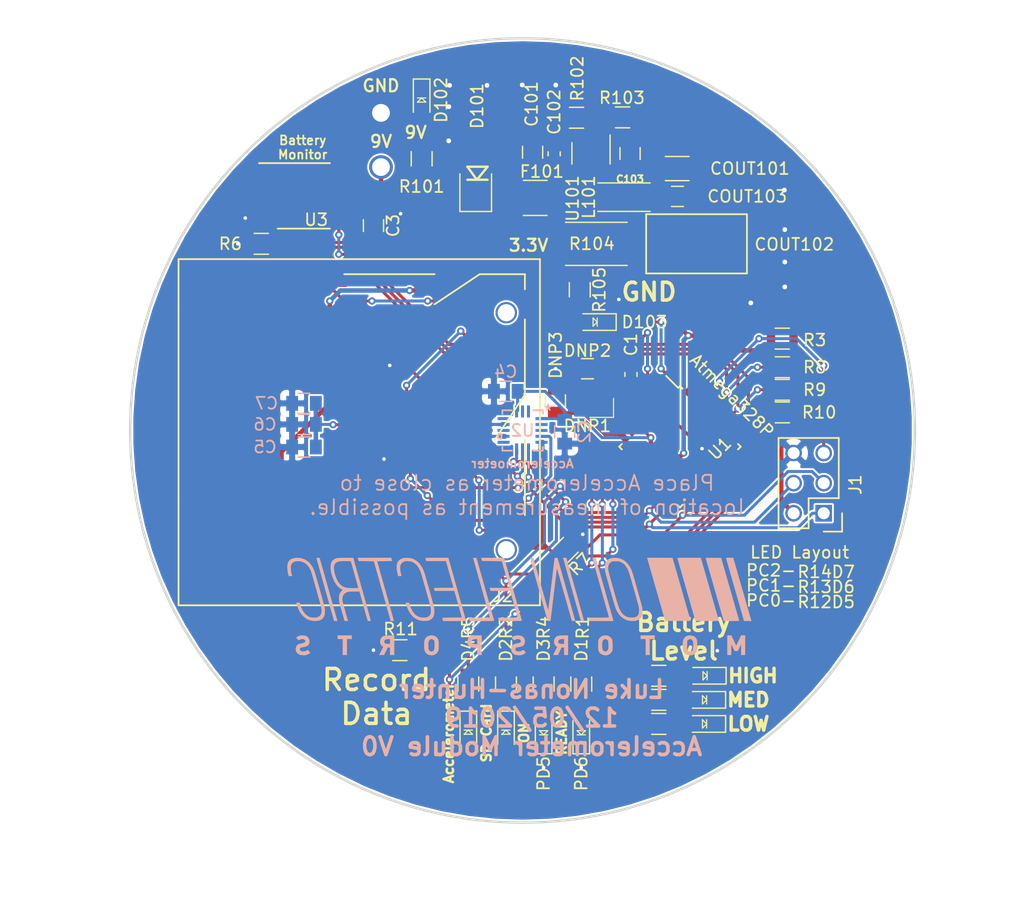
<source format=kicad_pcb>
(kicad_pcb (version 20211014) (generator pcbnew)
  (layers (0 "F.Cu" signal) (31 "B.Cu" signal) (34 "B.Paste" user) (35 "F.Paste" user) (36 "B.SilkS" user "B.Silkscreen") (37 "F.SilkS" user "F.Silkscreen") (38 "B.Mask" user) (39 "F.Mask" user) (44 "Edge.Cuts" user))
  (net 0 "")
  (net 1 "GND")
  (net 2 "VCC")
  (net 3 "Net-(C101-Pad1)")
  (net 4 "Net-(C103-Pad2)")
  (net 5 "Net-(C103-Pad1)")
  (net 6 "Net-(COUT101-Pad1)")
  (net 7 "Net-(D102-Pad2)")
  (net 8 "Net-(D103-Pad2)")
  (net 9 "Net-(R102-Pad1)")
  (net 10 "Net-(D1-Pad2)")
  (net 11 "Net-(D2-Pad1)")
  (net 12 "Net-(D3-Pad2)")
  (net 13 "Net-(D4-Pad1)")
  (net 14 "/PC0")
  (net 15 "/PC1")
  (net 16 "/PC2")
  (net 17 "Net-(DNP1-Pad1)")
  (net 18 "Net-(DNP1-Pad3)")
  (net 19 "/MISO")
  (net 20 "/SCK")
  (net 21 "/MOSI")
  (net 22 "/RESET")
  (net 23 "/CS_SD")
  (net 24 "Net-(J2-Pad8)")
  (net 25 "Net-(J2-Pad9)")
  (net 26 "/Protect")
  (net 27 "/Detect")
  (net 28 "Net-(R1-Pad1)")
  (net 29 "/CS")
  (net 30 "/SCL")
  (net 31 "/SDA")
  (net 32 "/ALERT")
  (net 33 "Net-(U1-Pad12)")
  (net 34 "Net-(U1-Pad19)")
  (net 35 "Net-(U1-Pad20)")
  (net 36 "Net-(U1-Pad22)")
  (net 37 "Net-(U1-Pad30)")
  (net 38 "Net-(U1-Pad31)")
  (net 39 "Net-(U1-Pad32)")
  (net 40 "Net-(U2-Pad2)")
  (net 41 "Net-(U2-Pad3)")
  (net 42 "Net-(U2-Pad9)")
  (net 43 "Net-(U2-Pad11)")
  (net 44 "Net-(U2-Pad13)")
  (net 45 "Net-(U2-Pad15)")
  (net 46 "Net-(U2-Pad16)")
  (net 47 "Net-(U3-Pad13)")
  (net 48 "Net-(D5-Pad2)")
  (net 49 "Net-(D6-Pad2)")
  (net 50 "Net-(D7-Pad2)")
  (net 51 "Net-(R4-Pad2)")
  (net 52 "Net-(R11-Pad1)")
  (net 53 "/9V_out")
  (net 54 "/9V_in")
  (footprint "footprints:Fuse_1210" (layer "F.Cu") (at 73.7108 98.2345)
    (fp_text reference "F101")
    (fp_text value "F_500mA_16V" hide)
  )
  (footprint "footprints:R_2512_OEM" (layer "F.Cu") (at 78.8682 102.11308 180)
    (fp_text reference "R104")
    (fp_text value "R_0_2512" hide)
  )
  (footprint "footprints:SOT-23-6_OEM" (layer "F.Cu") (at 78.4176 94.4728 -90)
    (fp_text reference "U101")
    (fp_text value "TPS560430YF" hide)
  )
  (footprint "footprints:R_0805_OEM" (layer "F.Cu") (at 77.19822 91.47048 180)
    (fp_text reference "R102")
    (fp_text value "R_25K" hide)
  )
  (footprint "footprints:Fuse_1812" (layer "F.Cu") (at 84.5693 102.108)
    (fp_text reference "COUT102")
    (fp_text value "C_33uF" hide)
  )
  (footprint "footprints:C_0805_OEM" (layer "F.Cu") (at 85.7123 98.1075)
    (fp_text reference "COUT103")
    (fp_text value "C_47uF" hide)
  )
  (footprint "footprints:DO-214AA" (layer "F.Cu") (at 68.6943 96.2025 90)
    (fp_text reference "D101")
    (fp_text value "D_Zener_18V" hide)
  )
  (footprint "footprints:LED_0805_OEM" (layer "F.Cu") (at 78.74 108.712 180)
    (fp_text reference "D103")
    (fp_text value "LED_0805" hide)
  )
  (footprint "footprints:C_1206_OEM" (layer "F.Cu") (at 85.6883 95.758)
    (fp_text reference "COUT101")
    (fp_text value "C_22uF" hide)
  )
  (footprint "footprints:LED_0805_OEM" (layer "F.Cu") (at 64.135 90 -90)
    (fp_text reference "D102")
    (fp_text value "LED_0805" hide)
  )
  (footprint "footprints:C_0805_OEM" (layer "F.Cu") (at 81.7118 94.488 -90)
    (fp_text reference "C103")
    (fp_text value "C_0.1uF" hide)
  )
  (footprint "footprints:C_0805_OEM" (layer "F.Cu") (at 73.49236 94.377 90)
    (fp_text reference "C101")
    (fp_text value "C_0.1uF" hide)
  )
  (footprint "footprints:LED_0805_OEM" (layer "F.Cu") (at 77.597 143.34 90)
    (fp_text reference "D1")
    (fp_text value "LED_0805_Red" hide)
  )
  (footprint "footprints:LED_0805_OEM" (layer "F.Cu") (at 74.422 143.34 90)
    (fp_text reference "D3")
    (fp_text value "LED_0805" hide)
  )
  (footprint "footprints:LED_0805_OEM" (layer "F.Cu") (at 87.968 142.621 180)
    (fp_text reference "D5")
    (fp_text value "LED_0805" hide)
  )
  (footprint "footprints:L_100uH_OEM" (layer "F.Cu") (at 81.204 98.171)
    (fp_text reference "L101")
    (fp_text value "L_15uH" hide)
  )
  (footprint "footprints:R_0805_OEM" (layer "F.Cu") (at 81.087 91.44 180)
    (fp_text reference "R103")
    (fp_text value "R_54.9K" hide)
  )
  (footprint "footprints:C_0603_1608Metric" (layer "F.Cu") (at 75.311 94.5135 90)
    (fp_text reference "C102")
    (fp_text value "C_4.7uF")
  )
  (footprint "footprints:R_0805_OEM" (layer "F.Cu") (at 76.290249 127.925751 45)
    (fp_text reference "R7")
    (fp_text value "R_10K" hide)
  )
  (footprint "footprints:C_0805_OEM" (layer "F.Cu") (at 60.071 100.568 -90)
    (fp_text reference "C3")
    (fp_text value "C_0.1uF" hide)
  )
  (footprint "footprints:R_0805_OEM" (layer "F.Cu") (at 94.554 112.522 180)
    (fp_text reference "R8")
    (fp_text value "R_10K" hide)
  )
  (footprint "footprints:R_0805_OEM" (layer "F.Cu") (at 94.549 114.427 180)
    (fp_text reference "R9")
    (fp_text value "R_10K" hide)
  )
  (footprint "footprints:R_0805_OEM" (layer "F.Cu") (at 94.554 116.332 180)
    (fp_text reference "R10")
    (fp_text value "R_10K" hide)
  )
  (footprint "footprints:R_0805_OEM" (layer "F.Cu") (at 94.549 110.109 180)
    (fp_text reference "R3")
    (fp_text value "R_10K" hide)
  )
  (footprint "footprints:R_0805_OEM" (layer "F.Cu") (at 50.612 102.108 180)
    (fp_text reference "R6")
    (fp_text value "R_10K" hide)
  )
  (footprint "footprints:C_0603_1608Metric" (layer "F.Cu") (at 81.788 113.1315 90)
    (fp_text reference "C1")
    (fp_text value "C_100nF")
  )
  (footprint "footprints:Crystal_SMD_FA238" (layer "F.Cu") (at 78.316 115.151 180)
    (fp_text reference "DNP1")
    (fp_text value "Crystal_SMD" hide)
  )
  (footprint "footprints:C_0805_OEM" (layer "F.Cu") (at 78.121 112.649 180)
    (fp_text reference "DNP2")
    (fp_text value "C_30pF" hide)
  )
  (footprint "footprints:LED_0805_OEM" (layer "F.Cu") (at 68.072 143.34 -90)
    (fp_text reference "D4")
    (fp_text value "LED_0805_Red" hide)
  )
  (footprint "footprints:R_0805_OEM" (layer "F.Cu") (at 77.597 139.258 -90)
    (fp_text reference "R1")
    (fp_text value "R_100" hide)
  )
  (footprint "footprints:R_0805_OEM" (layer "F.Cu") (at 71.247 139.258 90)
    (fp_text reference "R2")
    (fp_text value "R_100" hide)
  )
  (footprint "footprints:R_0805_OEM" (layer "F.Cu") (at 74.422 139.253 90)
    (fp_text reference "R4")
    (fp_text value "R_100" hide)
  )
  (footprint "footprints:R_0805_OEM" (layer "F.Cu") (at 84.135 142.621)
    (fp_text reference "R12")
    (fp_text value "R_100" hide)
  )
  (footprint "footprints:R_0805_OEM" (layer "F.Cu") (at 64.135 94.93 90)
    (fp_text reference "R101")
    (fp_text value "R_499" hide)
  )
  (footprint "footprints:R_0805_OEM" (layer "F.Cu") (at 77.47 105.984 -90)
    (fp_text reference "R105")
    (fp_text value "R_100" hide)
  )
  (footprint "footprints:Pin_Header_Straight_2x03" (layer "F.Cu") (at 98.044 124.841 180)
    (fp_text reference "J1")
    (fp_text value "CONN_02X03" hide)
  )
  (footprint "footprints:sd_socket_molex_5009980900" (layer "F.Cu") (at 58.873 117.371 90)
    (fp_text reference "J2")
    (fp_text value "SD_socket")
  )
  (footprint "footprints:C_0805_OEM" (layer "F.Cu") (at 75.4126 115.3508 90)
    (fp_text reference "DNP3")
    (fp_text value "C_30pF" hide)
  )
  (footprint "footprints:R_0805_OEM" (layer "F.Cu") (at 84.135 138.557)
    (fp_text reference "R14")
    (fp_text value "R_100" hide)
  )
  (footprint "footprints:LED_0805_OEM" (layer "F.Cu") (at 87.968 140.589 180)
    (fp_text reference "D6")
    (fp_text value "LED_0805" hide)
  )
  (footprint "footprints:LED_0805_OEM" (layer "F.Cu") (at 88.011 138.557 180)
    (fp_text reference "D7")
    (fp_text value "LED_0805" hide)
  )
  (footprint "footprints:SW_B3U-1000P_4.2x1.7mm" (layer "F.Cu") (at 62.074 144.018 180)
    (fp_text reference "SW1" hide)
    (fp_text value "SW_Push_SPST_NO")
  )
  (footprint "footprints:R_0805_OEM" (layer "F.Cu") (at 62.296 136.398 180)
    (fp_text reference "R11")
    (fp_text value "R_10K" hide)
  )
  (footprint "footprints:LED_0805_OEM" (layer "F.Cu") (at 71.247 143.34 -90)
    (fp_text reference "D2")
    (fp_text value "LED_0805_Red" hide)
  )
  (footprint "footprints:R_0805_OEM" (layer "F.Cu") (at 84.14 140.589)
    (fp_text reference "R13")
    (fp_text value "R_100" hide)
  )
  (footprint "footprints:R_0805_OEM" (layer "F.Cu") (at 68.072 139.253 -90)
    (fp_text reference "R5")
    (fp_text value "R_100" hide)
  )
  (footprint "Package_SO:TSSOP-16_4.4x5mm_P0.65mm" (layer "F.Cu") (at 54.2 98.1)
    (fp_text reference "U3")
    (fp_text value "INA260")
  )
  (footprint "Package_QFP:TQFP-32_7x7mm_P0.8mm" (layer "F.Cu") (at 85.91899 119.227417 -45)
    (fp_text reference "U1")
    (fp_text value "ATmega328P-AU")
  )
  (footprint "footprints:LIS3DHTR" (layer "B.Cu") (at 72.644 117.856 180)
    (fp_text reference "U2")
    (fp_text value "LIS3DHTR" hide)
  )
  (footprint "footprints:C_0805_OEM" (layer "B.Cu") (at 71.231 114.554 180)
    (fp_text reference "C4")
    (fp_text value "C_0.1uF" hide)
  )
  (footprint "footprints:C_0805_OEM" (layer "B.Cu") (at 54.213 115.57 180)
    (fp_text reference "C7")
    (fp_text value "C_0.1uF" hide)
  )
  (footprint "footprints:C_0805_OEM" (layer "B.Cu") (at 54.213 119.253 180)
    (fp_text reference "C5")
    (fp_text value "C_10uF" hide)
  )
  (footprint "footprints:C_0805_OEM" (layer "B.Cu") (at 76.2 117.967 90)
    (fp_text reference "C2")
    (fp_text value "C_10uF" hide)
  )
  (footprint "footprints:Logo_Large" (layer "B.Cu") (at 72.39 132.715 180)
    (fp_text reference "G***" hide)
    (fp_text value "LOGO" hide)
  )
  (footprint "footprints:C_0805_OEM" (layer "B.Cu") (at 54.213 117.348 180)
    (fp_text reference "C6")
    (fp_text value "C_1uF" hide)
  )
  (gr_circle (center 72.644 117.856) (end 82.804 86.36) (layer "Edge.Cuts") (width 0.2) (fill none))
  (gr_text "Place Accelerometer as close to\nlocation of measurement as possible." (at 73.025 123.317) (layer "B.SilkS") (effects (font (size 1.27 1.27)) (justify mirror)))
  (gr_text "Acceleromoeter" (at 72.644 120.65) (layer "B.SilkS") (effects (font (size 0.75 0.75)) (justify mirror)))
  (gr_text "Luke Nonas-Hunter\n12/05/2019\nAccelerometer Module V0" (at 73.406 142.113) (layer "B.SilkS") (effects (font (size 1.5 1.5) (thickness 0.3)) (justify mirror)))
  (gr_text "GND" (at 83.312 106.172) (layer "F.SilkS") (effects (font (size 1.5 1.5) (thickness 0.3))))
  (gr_text "9V" (at 60.706 93.472) (layer "F.SilkS") (effects (font (size 1.016 1.016) (thickness 0.1905))))
  (gr_text "ON" (at 72.771 143.383 90) (layer "F.SilkS") (effects (font (size 0.8 0.8) (thickness 0.2))))
  (gr_text "9V" (at 63.627 92.71) (layer "F.SilkS") (effects (font (size 1.016 1.016) (thickness 0.1905))))
  (gr_text "SD Card" (at 69.596 143.383 90) (layer "F.SilkS") (effects (font (size 0.8 0.8) (thickness 0.2))))
  (gr_text "MED" (at 91.694 140.589) (layer "F.SilkS") (effects (font (size 1.15 1.15) (thickness 0.2875))))
  (gr_text "LOW" (at 91.694 142.621) (layer "F.SilkS") (effects (font (size 1.15 1.15) (thickness 0.2875))))
  (gr_text "HIGH" (at 92.075 138.557) (layer "F.SilkS") (effects (font (size 1.15 1.15) (thickness 0.2875))))
  (gr_text "LED Layout" (at 96.012 128.143) (layer "F.SilkS") (effects (font (size 1 1))))
  (gr_text "READY" (at 75.946 143.383 90) (layer "F.SilkS") (effects (font (size 0.8 0.8) (thickness 0.2))))
  (gr_text "PD5" (at 74.422 146.812 90) (layer "F.SilkS") (effects (font (size 1 1))))
  (gr_text "Atmega328P" (at 90.297 114.935 315) (layer "F.SilkS") (effects (font (size 1 1))))
  (gr_text "Battery\nMonitor" (at 54.102 93.98) (layer "F.SilkS") (effects (font (size 0.75 0.75))))
  (gr_text "Record\nData" (at 60.325 140.335) (layer "F.SilkS") (effects (font (size 1.778 1.778) (thickness 0.3))))
  (gr_text "PC2-" (at 93.599 129.667) (layer "F.SilkS") (effects (font (size 1 1))))
  (gr_text "GND" (at 60.706 88.773) (layer "F.SilkS") (effects (font (size 1.016 1.016) (thickness 0.1905))))
  (gr_text "PC1-" (at 93.599 130.937) (layer "F.SilkS") (effects (font (size 1 1))))
  (gr_text "PC0-" (at 93.599 132.207) (layer "F.SilkS") (effects (font (size 1 1))))
  (gr_text "Accelerometer" (at 66.421 143.383 90) (layer "F.SilkS") (effects (font (size 0.8 0.8) (thickness 0.2))))
  (gr_text "3.3V" (at 73.152 102.235) (layer "F.SilkS") (effects (font (size 1.016 1.016) (thickness 0.1905))))
  (gr_text "Battery\nLevel" (at 86.233 135.255) (layer "F.SilkS") (effects (font (size 1.5 1.5) (thickness 0.3))))
  (gr_text "PD6" (at 77.597 146.812 90) (layer "F.SilkS") (effects (font (size 1 1))))
  (segment (start 48.641 102.108) (end 48.641 102.108) (width 0.381) (layer "F.Cu") (net 1))
  (segment (start 75.438 112.649) (end 75.438 112.649) (width 0.381) (layer "F.Cu") (net 1))
  (segment (start 80.764 106.807) (end 80.764 106.807) (width 0.381) (layer "F.Cu") (net 1))
  (segment (start 87.780259 119.39163) (end 84.398709 116.01008) (width 0.254) (layer "F.Cu") (net 1))
  (segment (start 62.357 99.568) (end 62.357 99.568) (width 0.381) (layer "F.Cu") (net 1))
  (segment (start 60.96 120.269) (end 61.087 120.396) (width 0.254) (layer "F.Cu") (net 1))
  (segment (start 61.444 112.371) (end 61.444 112.371) (width 0.254) (layer "F.Cu") (net 1))
  (segment (start 89.068 136.439) (end 89.068 136.439) (width 0.381) (layer "F.Cu") (net 1))
  (segment (start 74.422 146.304) (end 74.422 144.44) (width 0.381) (layer "F.Cu") (net 1))
  (segment (start 78.916 115.951) (end 77.316 114.351) (width 0.254) (layer "F.Cu") (net 1))
  (segment (start 89.207037 121.949778) (end 87.780259 120.523) (width 0.254) (layer "F.Cu") (net 1))
  (segment (start 67.93992 93.41612) (end 68.6943 94.1705) (width 0.381) (layer "F.Cu") (net 1))
  (segment (start 76.24822 92.74258) (end 75.4233 93.5675) (width 0.254) (layer "F.Cu") (net 1))
  (segment (start 78.392199 94.182201) (end 78.4176 94.1568) (width 0.254) (layer "F.Cu") (net 1))
  (segment (start 81.994548 115.868661) (end 81.994548 114.663048) (width 0.254) (layer "F.Cu") (net 1))
  (segment (start 60.071 99.568) (end 61.077 99.568) (width 0.381) (layer "F.Cu") (net 1))
  (segment (start 77.121 114.256) (end 77.216 114.351) (width 0.254) (layer "F.Cu") (net 1))
  (segment (start 83.762314 115.373685) (end 82.307629 113.919) (width 0.254) (layer "F.Cu") (net 1))
  (segment (start 89.068 142.621) (end 89.068 136.439) (width 0.381) (layer "F.Cu") (net 1))
  (segment (start 61.346 136.398) (end 60.071 136.398) (width 0.254) (layer "F.Cu") (net 1))
  (segment (start 79.84 107.731) (end 80.764 106.807) (width 0.381) (layer "F.Cu") (net 1))
  (segment (start 77.724 126.619) (end 77.597 126.619) (width 0.254) (layer "F.Cu") (net 1))
  (segment (start 76.24822 91.47048) (end 76.24822 89.51464) (width 0.254) (layer "F.Cu") (net 1))
  (segment (start 60.562 119.871) (end 60.96 120.269) (width 0.254) (layer "F.Cu") (net 1))
  (segment (start 93.55836 102.108) (end 94.75978 100.90658) (width 0.254) (layer "F.Cu") (net 1))
  (segment (start 64.135 88.9) (end 67.31 88.9) (width 0.254) (layer "F.Cu") (net 1))
  (segment (start 86.7123 98.2325) (end 89.8493 101.3695) (width 0.254) (layer "F.Cu") (net 1))
  (segment (start 81.994548 114.663048) (end 81.788 114.4565) (width 0.254) (layer "F.Cu") (net 1))
  (segment (start 68.5038 94.1705) (end 68.6943 94.1705) (width 0.1524) (layer "F.Cu") (net 1))
  (segment (start 75.4126 114.3508) (end 75.4126 113.4698) (width 0.381) (layer "F.Cu") (net 1))
  (segment (start 87.1883 97.6315) (end 86.7123 98.1075) (width 0.254) (layer "F.Cu") (net 1))
  (segment (start 77.597 126.619) (end 76.962 127.254) (width 0.254) (layer "F.Cu") (net 1))
  (segment (start 51.25 97.775) (end 51.25 99.075) (width 0.381) (layer "F.Cu") (net 1))
  (segment (start 50.119 99.075) (end 49.2605 99.9335) (width 0.381) (layer "F.Cu") (net 1))
  (segment (start 61.077 99.568) (end 62.357 99.568) (width 0.381) (layer "F.Cu") (net 1))
  (segment (start 66.49212 90.47226) (end 66.42862 90.53576) (width 0.381) (layer "F.Cu") (net 1))
  (segment (start 58.873 119.871) (end 60.562 119.871) (width 0.254) (layer "F.Cu") (net 1))
  (segment (start 89.154 142.535) (end 89.068 142.621) (width 0.254) (layer "F.Cu") (net 1))
  (segment (start 84.398709 116.01008) (end 83.762314 115.373685) (width 0.254) (layer "F.Cu") (net 1))
  (segment (start 59.173 112.371) (end 61.444 112.371) (width 0.254) (layer "F.Cu") (net 1))
  (segment (start 75.4126 113.4698) (end 75.438 113.4444) (width 0.381) (layer "F.Cu") (net 1))
  (segment (start 77.316 114.351) (end 77.216 114.351) (width 0.254) (layer "F.Cu") (net 1))
  (segment (start 77.597 146.304) (end 77.597 144.44) (width 0.381) (layer "F.Cu") (net 1))
  (segment (start 82.307629 113.919) (end 81.788 113.919) (width 0.254) (layer "F.Cu") (net 1))
  (segment (start 87.1883 95.758) (end 87.1883 97.6315) (width 0.254) (layer "F.Cu") (net 1))
  (segment (start 76.1773 93.5675) (end 76.792001 94.182201) (width 0.254) (layer "F.Cu") (net 1))
  (segment (start 49.662 102.108) (end 48.931 102.108) (width 0.381) (layer "F.Cu") (net 1))
  (segment (start 76.792001 94.182201) (end 78.392199 94.182201) (width 0.254) (layer "F.Cu") (net 1))
  (segment (start 60.071 99.568) (end 59.578 99.075) (width 0.381) (layer "F.Cu") (net 1))
  (segment (start 79.416 115.951) (end 78.916 115.951) (width 0.254) (layer "F.Cu") (net 1))
  (segment (start 77.121 112.649) (end 75.438 112.649) (width 0.381) (layer "F.Cu") (net 1))
  (segment (start 69.6849 88.69934) (end 69.6468 88.73744) (width 0.381) (layer "F.Cu") (net 1))
  (segment (start 76.24822 89.51464) (end 75.44562 88.71204) (width 0.254) (layer "F.Cu") (net 1))
  (segment (start 89.8493 101.3695) (end 89.8493 102.108) (width 0.254) (layer "F.Cu") (net 1))
  (segment (start 86.7123 98.1075) (end 86.7123 98.2325) (width 0.254) (layer "F.Cu") (net 1))
  (segment (start 76.24822 91.47048) (end 76.24822 92.74258) (width 0.254) (layer "F.Cu") (net 1))
  (segment (start 87.780259 120.523) (end 87.780259 119.39163) (width 0.254) (layer "F.Cu") (net 1))
  (segment (start 82.630943 116.505056) (end 81.994548 115.868661) (width 0.254) (layer "F.Cu") (net 1))
  (segment (start 51.25 99.075) (end 50.119 99.075) (width 0.381) (layer "F.Cu") (net 1))
  (segment (start 87.780259 119.39163) (end 87.780259 119.39163) (width 0.254) (layer "F.Cu") (net 1))
  (segment (start 48.931 102.108) (end 48.641 102.108) (width 0.381) (layer "F.Cu") (net 1))
  (segment (start 59.578 99.075) (end 57.15 99.075) (width 0.381) (layer "F.Cu") (net 1))
  (segment (start 75.438 113.4444) (end 75.438 112.649) (width 0.381) (layer "F.Cu") (net 1))
  (segment (start 68.6943 94.1705) (end 67.1703 94.1705) (width 0.254) (layer "F.Cu") (net 1))
  (segment (start 67.1703 94.1705) (end 66.41592 93.41612) (width 0.254) (layer "F.Cu") (net 1))
  (segment (start 75.4128 114.351) (end 75.4126 114.3508) (width 0.254) (layer "F.Cu") (net 1))
  (segment (start 78.4176 94.1568) (end 78.4176 93.3728) (width 0.254) (layer "F.Cu") (net 1))
  (segment (start 89.8493 102.108) (end 93.55836 102.108) (width 0.254) (layer "F.Cu") (net 1))
  (segment (start 74.99512 93.87068) (end 75.2983 93.5675) (width 0.254) (layer "F.Cu") (net 1))
  (segment (start 79.84 108.712) (end 79.84 107.731) (width 0.381) (layer "F.Cu") (net 1))
  (segment (start 81.788 114.4565) (end 81.788 113.919) (width 0.254) (layer "F.Cu") (net 1))
  (segment (start 75.2983 93.5675) (end 76.1773 93.5675) (width 0.254) (layer "F.Cu") (net 1))
  (segment (start 75.4233 93.5675) (end 75.2983 93.5675) (width 0.254) (layer "F.Cu") (net 1))
  (segment (start 73.49236 93.87068) (end 74.99512 93.87068) (width 0.254) (layer "F.Cu") (net 1))
  (segment (start 94.75978 105.74274) (end 94.86138 105.84434) (width 0.25) (layer "F.Cu") (net 1))
  (segment (start 77.121 112.649) (end 77.121 114.256) (width 0.254) (layer "F.Cu") (net 1))
  (segment (start 77.216 114.351) (end 75.4128 114.351) (width 0.254) (layer "F.Cu") (net 1))
  (via (at 60.071 136.398) (size 0.6096) (drill 0.3048) (layers "F.Cu" "B.Cu") (net 1))
  (via (at 66.49212 88.73744) (size 0.8) (drill 0.4) (layers "F.Cu" "B.Cu") (net 1))
  (via (at 77.724 126.619) (size 0.6096) (drill 0.3048) (layers "F.Cu" "B.Cu") (net 1))
  (via (at 66.41592 93.41612) (size 0.8) (drill 0.4) (layers "F.Cu" "B.Cu") (net 1))
  (via (at 89.068 136.439) (size 0.6096) (drill 0.3048) (layers "F.Cu" "B.Cu") (net 1))
  (via (at 72.61606 88.69934) (size 0.8) (drill 0.4) (layers "F.Cu" "B.Cu") (net 1))
  (via (at 94.75978 105.74274) (size 0.8) (drill 0.4) (layers "F.Cu" "B.Cu") (net 1))
  (via (at 48.641 102.108) (size 0.6096) (drill 0.3048) (layers "F.Cu" "B.Cu") (net 1))
  (via (at 49.2605 99.9335) (size 0.6096) (drill 0.3048) (layers "F.Cu" "B.Cu") (net 1))
  (via (at 77.597 146.304) (size 0.6096) (drill 0.3048) (layers "F.Cu" "B.Cu") (net 1))
  (via (at 75.438 112.649) (size 0.6096) (drill 0.3048) (layers "F.Cu" "B.Cu") (net 1))
  (via (at 69.6468 88.73744) (size 0.8) (drill 0.4) (layers "F.Cu" "B.Cu") (net 1))
  (via (at 94.75978 103.64216) (size 0.8) (drill 0.4) (layers "F.Cu" "B.Cu") (net 1))
  (via (at 60.706 91.059) (size 2) (drill 1.5) (layers "F.Cu" "B.Cu") (net 1))
  (via (at 66.42862 90.53576) (size 0.8) (drill 0.4) (layers "F.Cu" "B.Cu") (net 1))
  (via (at 94.72422 97.57156) (size 0.8) (drill 0.4) (layers "F.Cu" "B.Cu") (net 1))
  (via (at 94.75978 100.90658) (size 0.8) (drill 0.4) (layers "F.Cu" "B.Cu") (net 1))
  (via (at 62.357 99.568) (size 0.6096) (drill 0.3048) (layers "F.Cu" "B.Cu") (net 1))
  (via (at 74.422 146.304) (size 0.6096) (drill 0.3048) (layers "F.Cu" "B.Cu") (net 1))
  (via (at 91.89466 107.09656) (size 0.8) (drill 0.4) (layers "F.Cu" "B.Cu") (net 1))
  (via (at 80.764 106.807) (size 0.6096) (drill 0.3048) (layers "F.Cu" "B.Cu") (net 1))
  (via (at 87.780259 119.39163) (size 0.6096) (drill 0.3048) (layers "F.Cu" "B.Cu") (net 1))
  (via (at 60.96 120.269) (size 0.6096) (drill 0.3048) (layers "F.Cu" "B.Cu") (net 1))
  (via (at 61.444 112.371) (size 0.6096) (drill 0.3048) (layers "F.Cu" "B.Cu") (net 1))
  (via (at 75.44562 88.71204) (size 0.8) (drill 0.4) (layers "F.Cu" "B.Cu") (net 1))
  (segment (start 53.213 114.173) (end 53.213 114.173) (width 0.381) (layer "B.Cu") (net 1))
  (segment (start 74.2442 119.237001) (end 74.168 119.313201) (width 0.254) (layer "B.Cu") (net 1))
  (segment (start 53.213 115.57) (end 53.213 119.253) (width 0.381) (layer "B.Cu") (net 1))
  (segment (start 53.213 114.564) (end 53.213 114.173) (width 0.381) (layer "B.Cu") (net 1))
  (segment (start 66.42862 93.40342) (end 66.41592 93.41612) (width 0.381) (layer "B.Cu") (net 1))
  (segment (start 94.75978 105.74274) (end 94.75978 105.177055) (width 0.25) (layer "B.Cu") (net 1))
  (segment (start 94.76232 105.174515) (end 94.76232 103.6447) (width 0.25) (layer "B.Cu") (net 1))
  (segment (start 94.76232 103.6447) (end 94.75978 103.64216) (width 0.25) (layer "B.Cu") (net 1))
  (segment (start 74.2442 118.856001) (end 74.2442 119.237001) (width 0.254) (layer "B.Cu") (net 1))
  (segment (start 69.081115 88.73744) (end 66.49212 88.73744) (width 0.381) (layer "B.Cu") (net 1))
  (segment (start 74.168 119.313201) (end 74.168 120.396) (width 0.254) (layer "B.Cu") (net 1))
  (segment (start 72.62876 88.71204) (end 72.61606 88.69934) (width 0.381) (layer "B.Cu") (net 1))
  (segment (start 94.72422 100.87102) (end 94.75978 100.90658) (width 0.25) (layer "B.Cu") (net 1))
  (segment (start 53.213 115.57) (end 53.213 114.564) (width 0.381) (layer "B.Cu") (net 1))
  (segment (start 94.72422 97.57156) (end 94.72422 100.87102) (width 0.25) (layer "B.Cu") (net 1))
  (segment (start 94.75978 105.177055) (end 94.76232 105.174515) (width 0.25) (layer "B.Cu") (net 1))
  (segment (start 70.603999 117.356001) (end 70.595998 117.348) (width 0.254) (layer "B.Cu") (net 1))
  (segment (start 70.595998 117.348) (end 69.723 117.348) (width 0.254) (layer "B.Cu") (net 1))
  (segment (start 69.6468 88.73744) (end 69.081115 88.73744) (width 0.381) (layer "B.Cu") (net 1))
  (segment (start 75.44562 88.71204) (end 72.62876 88.71204) (width 0.381) (layer "B.Cu") (net 1))
  (segment (start 71.0438 118.355999) (end 69.731001 118.355999) (width 0.254) (layer "B.Cu") (net 1))
  (segment (start 66.42862 90.53576) (end 66.42862 93.40342) (width 0.381) (layer "B.Cu") (net 1))
  (segment (start 71.0438 117.356001) (end 70.603999 117.356001) (width 0.254) (layer "B.Cu") (net 1))
  (segment (start 63.119 106.045) (end 63.119 106.045) (width 0.381) (layer "F.Cu") (net 2))
  (segment (start 86.614 109.855) (end 86.614 109.855) (width 0.381) (layer "F.Cu") (net 2))
  (segment (start 56.665 117.371) (end 56.665 117.371) (width 0.254) (layer "F.Cu") (net 2))
  (segment (start 77.44 104.303) (end 77.44 104.907) (width 0.254) (layer "F.Cu") (net 2))
  (segment (start 75.7682 106.6068) (end 75.004 107.371) (width 0.381) (layer "F.Cu") (net 2))
  (segment (start 56.388 115.586) (end 52.315901 119.658099) (width 0.381) (layer "F.Cu") (net 2))
  (segment (start 68.072 144.44) (end 71.247 144.44) (width 0.381) (layer "F.Cu") (net 2))
  (segment (start 75.7682 102.11308) (end 60.61608 102.11308) (width 0.381) (layer "F.Cu") (net 2))
  (segment (start 81.326388 112.805612) (end 81.788 112.344) (width 0.254) (layer "F.Cu") (net 2))
  (segment (start 83.462258 119.599112) (end 84.074 120.210854) (width 0.381) (layer "F.Cu") (net 2))
  (segment (start 75.7682 102.11308) (end 75.7682 106.6068) (width 0.381) (layer "F.Cu") (net 2))
  (segment (start 60.61608 102.11308) (end 60.071 101.568) (width 0.381) (layer "F.Cu") (net 2))
  (segment (start 95.504 110.114) (end 95.499 110.109) (width 0.381) (layer "F.Cu") (net 2))
  (segment (start 75.004 107.371) (end 73.773 107.371) (width 0.381) (layer "F.Cu") (net 2))
  (segment (start 83.833024 116.575765) (end 83.833024 116.829493) (width 0.254) (layer "F.Cu") (net 2))
  (segment (start 94.461099 123.798099) (end 94.461099 118.405901) (width 0.381) (layer "F.Cu") (net 2))
  (segment (start 86.233 119.761) (end 85.928201 120.065799) (width 0.381) (layer "F.Cu") (net 2))
  (segment (start 95.504 112.222) (end 95.504 112.522) (width 0.381) (layer "F.Cu") (net 2))
  (segment (start 86.873585 123.010439) (end 84.074 120.210854) (width 0.381) (layer "F.Cu") (net 2))
  (segment (start 82.701653 117.707136) (end 82.065258 117.070741) (width 0.254) (layer "F.Cu") (net 2))
  (segment (start 94.383901 111.101901) (end 95.504 112.222) (width 0.381) (layer "F.Cu") (net 2))
  (segment (start 76.5222 102.11308) (end 77.44 103.03088) (width 0.254) (layer "F.Cu") (net 2))
  (segment (start 81.428863 114.739369) (end 81.03359 114.344096) (width 0.254) (layer "F.Cu") (net 2))
  (segment (start 52.315901 119.658099) (end 52.315901 137.649901) (width 0.381) (layer "F.Cu") (net 2))
  (segment (start 52.315901 137.649901) (end 58.684 144.018) (width 0.381) (layer "F.Cu") (net 2))
  (segment (start 74.8872 102.11308) (end 70.95528 106.045) (width 0.381) (layer "F.Cu") (net 2))
  (segment (start 56.388 106.934) (end 56.388 115.586) (width 0.381) (layer "F.Cu") (net 2))
  (segment (start 86.614 109.855) (end 88.809052 109.855) (width 0.381) (layer "F.Cu") (net 2))
  (segment (start 95.499 110.109) (end 95.499 109.809) (width 0.381) (layer "F.Cu") (net 2))
  (segment (start 56.388 115.586) (end 58.173 117.371) (width 0.381) (layer "F.Cu") (net 2))
  (segment (start 57.15 99.725) (end 58.228 99.725) (width 0.381) (layer "F.Cu") (net 2))
  (segment (start 81.428863 116.434346) (end 81.428863 114.739369) (width 0.254) (layer "F.Cu") (net 2))
  (segment (start 95.504 112.522) (end 95.504 110.114) (width 0.381) (layer "F.Cu") (net 2))
  (segment (start 58.873 117.371) (end 56.665 117.371) (width 0.254) (layer "F.Cu") (net 2))
  (segment (start 58.228 99.725) (end 60.071 101.568) (width 0.381) (layer "F.Cu") (net 2))
  (segment (start 70.95528 106.045) (end 63.119 106.045) (width 0.381) (layer "F.Cu") (net 2))
  (segment (start 58.674 144.018) (end 59.455 144.018) (width 0.381) (layer "F.Cu") (net 2))
  (segment (start 95.504 116.332) (end 95.504 114.432) (width 0.381) (layer "F.Cu") (net 2))
  (segment (start 82.955381 117.707136) (end 82.701653 117.707136) (width 0.254) (layer "F.Cu") (net 2))
  (segment (start 83.833024 116.829493) (end 82.955381 117.707136) (width 0.254) (layer "F.Cu") (net 2))
  (segment (start 59.455 144.018) (end 60.647901 145.210901) (width 0.381) (layer "F.Cu") (net 2))
  (segment (start 81.03359 113.09841) (end 81.326388 112.805612) (width 0.254) (layer "F.Cu") (net 2))
  (segment (start 95.504 114.432) (end 95.499 114.427) (width 0.381) (layer "F.Cu") (net 2))
  (segment (start 95.504 117.363) (end 95.504 116.332) (width 0.381) (layer "F.Cu") (net 2))
  (segment (start 85.928201 120.065799) (end 84.219055 120.065799) (width 0.381) (layer "F.Cu") (net 2))
  (segment (start 95.504 124.841) (end 94.461099 123.798099) (width 0.381) (layer "F.Cu") (net 2))
  (segment (start 90.055953 111.101901) (end 94.383901 111.101901) (width 0.381) (layer "F.Cu") (net 2))
  (segment (start 88.809052 109.855) (end 90.055953 111.101901) (width 0.381) (layer "F.Cu") (net 2))
  (segment (start 75.7682 102.11308) (end 76.5222 102.11308) (width 0.254) (layer "F.Cu") (net 2))
  (segment (start 78.87208 102.11308) (end 86.614 109.855) (width 0.381) (layer "F.Cu") (net 2))
  (segment (start 58.173 117.371) (end 58.873 117.371) (width 0.254) (layer "F.Cu") (net 2))
  (segment (start 60.647901 145.210901) (end 66.320099 145.210901) (width 0.381) (layer "F.Cu") (net 2))
  (segment (start 94.461099 118.405901) (end 95.504 117.363) (width 0.381) (layer "F.Cu") (net 2))
  (segment (start 66.320099 145.210901) (end 67.091 144.44) (width 0.381) (layer "F.Cu") (net 2))
  (segment (start 83.462258 118.467742) (end 83.462258 119.599112) (width 0.381) (layer "F.Cu") (net 2))
  (segment (start 75.7682 102.11308) (end 78.87208 102.11308) (width 0.381) (layer "F.Cu") (net 2))
  (segment (start 95.499 114.427) (end 95.499 112.527) (width 0.381) (layer "F.Cu") (net 2))
  (segment (start 82.065258 117.070741) (end 83.462258 118.467742) (width 0.254) (layer "F.Cu") (net 2))
  (segment (start 84.219055 120.065799) (end 84.074 120.210854) (width 0.381) (layer "F.Cu") (net 2))
  (segment (start 87.50998 123.646834) (end 86.873585 123.010439) (width 0.381) (layer "F.Cu") (net 2))
  (segment (start 95.499 112.527) (end 95.504 112.522) (width 0.381) (layer "F.Cu") (net 2))
  (segment (start 82.065258 117.070741) (end 81.428863 116.434346) (width 0.254) (layer "F.Cu") (net 2))
  (segment (start 83.196629 115.93937) (end 83.833024 116.575765) (width 0.254) (layer "F.Cu") (net 2))
  (segment (start 67.091 144.44) (end 68.072 144.44) (width 0.381) (layer "F.Cu") (net 2))
  (segment (start 77.44 103.03088) (end 77.44 104.303) (width 0.254) (layer "F.Cu") (net 2))
  (segment (start 75.7682 102.11308) (end 74.8872 102.11308) (width 0.381) (layer "F.Cu") (net 2))
  (segment (start 81.03359 114.344096) (end 81.03359 113.09841) (width 0.254) (layer "F.Cu") (net 2))
  (via (at 86.614 109.855) (size 0.6096) (drill 0.3048) (layers "F.Cu" "B.Cu") (net 2))
  (via (at 86.233 119.761) (size 0.6096) (drill 0.3048) (layers "F.Cu" "B.Cu") (net 2))
  (via (at 63.119 106.045) (size 0.6096) (drill 0.3048) (layers "F.Cu" "B.Cu") (net 2))
  (via (at 56.665 117.371) (size 0.6096) (drill 0.3048) (layers "F.Cu" "B.Cu") (net 2))
  (via (at 56.388 106.934) (size 0.6096) (drill 0.3048) (layers "F.Cu" "B.Cu") (net 2))
  (via (at 83.462258 118.467742) (size 0.6096) (drill 0.3048) (layers "F.Cu" "B.Cu") (net 2))
  (segment (start 86.233 119.761) (end 86.233 119.761) (width 0.381) (layer "B.Cu") (net 2))
  (segment (start 77.851 116.967) (end 76.2 116.967) (width 0.254) (layer "B.Cu") (net 2))
  (segment (start 79.351742 118.467742) (end 77.851 116.967) (width 0.254) (layer "B.Cu") (net 2))
  (segment (start 72.231 116.168801) (end 72.144001 116.2558) (width 0.254) (layer "B.Cu") (net 2))
  (segment (start 74.541 114.554) (end 72.985 114.554) (width 0.254) (layer "B.Cu") (net 2))
  (segment (start 55.213 119.253) (end 55.213 115.57) (width 0.381) (layer "B.Cu") (net 2))
  (segment (start 86.233 119.761) (end 86.233 110.236) (width 0.381) (layer "B.Cu") (net 2))
  (segment (start 83.462258 118.467742) (end 79.351742 118.467742) (width 0.254) (layer "B.Cu") (net 2))
  (segment (start 76.2 116.213) (end 74.541 114.554) (width 0.254) (layer "B.Cu") (net 2))
  (segment (start 72.231 114.554) (end 72.231 116.168801) (width 0.254) (layer "B.Cu") (net 2))
  (segment (start 63.119 106.045) (end 57.277 106.045) (width 0.381) (layer "B.Cu") (net 2))
  (segment (start 57.277 106.045) (end 56.388 106.934) (width 0.381) (layer "B.Cu") (net 2))
  (segment (start 72.985 114.554) (end 72.231 114.554) (width 0.254) (layer "B.Cu") (net 2))
  (segment (start 86.233 110.236) (end 86.614 109.855) (width 0.381) (layer "B.Cu") (net 2))
  (segment (start 56.642 117.348) (end 56.665 117.371) (width 0.254) (layer "B.Cu") (net 2))
  (segment (start 76.2 116.967) (end 76.088999 116.855999) (width 0.254) (layer "B.Cu") (net 2))
  (segment (start 76.088999 116.855999) (end 74.2442 116.855999) (width 0.254) (layer "B.Cu") (net 2))
  (segment (start 76.2 116.967) (end 76.2 116.213) (width 0.254) (layer "B.Cu") (net 2))
  (segment (start 55.213 117.348) (end 56.642 117.348) (width 0.254) (layer "B.Cu") (net 2))
  (segment (start 67.3608 98.2345) (end 68.6943 98.2345) (width 0.254) (layer "F.Cu") (net 3))
  (segment (start 77.4676 95.5728) (end 78.4176 95.5728) (width 0.381) (layer "F.Cu") (net 3))
  (segment (start 66.04 95.44568) (end 65.60568 95.88) (width 0.254) (layer "F.Cu") (net 3))
  (segment (start 68.64666 98.28214) (end 68.6943 98.2345) (width 0.381) (layer "F.Cu") (net 3))
  (segment (start 66.04 95.44568) (end 75.17648 95.44568) (width 0.254) (layer "F.Cu") (net 3))
  (segment (start 64.135 95.88) (end 64.135 96.484) (width 0.254) (layer "F.Cu") (net 3))
  (segment (start 77.4623 95.5675) (end 77.4676 95.5728) (width 0.254) (layer "F.Cu") (net 3))
  (segment (start 75.2983 95.5675) (end 77.4623 95.5675) (width 0.254) (layer "F.Cu") (net 3))
  (segment (start 64.135 96.484) (end 65.8855 98.2345) (width 0.254) (layer "F.Cu") (net 3))
  (segment (start 65.60568 95.88) (end 64.135 95.88) (width 0.254) (layer "F.Cu") (net 3))
  (segment (start 72.2608 98.2345) (end 68.6943 98.2345) (width 0.254) (layer "F.Cu") (net 3))
  (segment (start 65.8855 98.2345) (end 67.3608 98.2345) (width 0.254) (layer "F.Cu") (net 3))
  (segment (start 75.1608 95.705) (end 75.2983 95.5675) (width 0.254) (layer "F.Cu") (net 3))
  (segment (start 68.6943 98.2345) (end 68.52666 98.40214) (width 0.381) (layer "F.Cu") (net 3))
  (segment (start 75.17648 95.44568) (end 75.2983 95.5675) (width 0.254) (layer "F.Cu") (net 3))
  (segment (start 79.6167 95.8219) (end 79.3676 95.5728) (width 0.254) (layer "F.Cu") (net 4))
  (segment (start 79.6167 98.17354) (end 79.6167 95.8219) (width 0.254) (layer "F.Cu") (net 4))
  (segment (start 79.3676 95.5728) (end 81.627 95.5728) (width 0.254) (layer "F.Cu") (net 4))
  (segment (start 79.3676 97.92444) (end 79.6167 98.17354) (width 0.25) (layer "F.Cu") (net 4))
  (segment (start 81.627 95.5728) (end 81.7118 95.488) (width 0.254) (layer "F.Cu") (net 4))
  (segment (start 81.5966 93.3728) (end 81.7118 93.488) (width 0.254) (layer "F.Cu") (net 5))
  (segment (start 79.3676 93.3728) (end 81.5966 93.3728) (width 0.254) (layer "F.Cu") (net 5))
  (segment (start 84.1883 97.5835) (end 84.7123 98.1075) (width 0.254) (layer "F.Cu") (net 6))
  (segment (start 84.64626 98.17354) (end 84.7123 98.1075) (width 0.254) (layer "F.Cu") (net 6))
  (segment (start 84.1883 95.758) (end 84.1883 93.0356) (width 0.254) (layer "F.Cu") (net 6))
  (segment (start 84.7123 98.1075) (end 84.7123 101.965) (width 0.254) (layer "F.Cu") (net 6))
  (segment (start 84.71154 101.96576) (end 84.5693 102.108) (width 0.25) (layer "F.Cu") (net 6))
  (segment (start 81.97328 102.108) (end 81.9682 102.11308) (width 0.25) (layer "F.Cu") (net 6))
  (segment (start 84.1883 95.758) (end 84.1883 97.5835) (width 0.254) (layer "F.Cu") (net 6))
  (segment (start 84.62264 98.17354) (end 84.71154 98.08464) (width 0.25) (layer "F.Cu") (net 6))
  (segment (start 81.9682 102.11308) (end 84.56422 102.11308) (width 0.254) (layer "F.Cu") (net 6))
  (segment (start 82.03442 91.48572) (end 82.03442 91.18572) (width 0.25) (layer "F.Cu") (net 6))
  (segment (start 84.1883 93.0356) (end 82.63842 91.48572) (width 0.254) (layer "F.Cu") (net 6))
  (segment (start 82.63842 91.48572) (end 82.03442 91.48572) (width 0.254) (layer "F.Cu") (net 6))
  (segment (start 84.56422 102.11308) (end 84.5693 102.108) (width 0.254) (layer "F.Cu") (net 6))
  (segment (start 82.8167 98.17354) (end 84.64626 98.17354) (width 0.254) (layer "F.Cu") (net 6))
  (segment (start 84.7123 101.965) (end 84.5693 102.108) (width 0.254) (layer "F.Cu") (net 6))
  (segment (start 64.135 93.98) (end 64.135 91.1) (width 0.254) (layer "F.Cu") (net 7))
  (segment (start 77.44 106.807) (end 77.44 108.557) (width 0.254) (layer "F.Cu") (net 8))
  (segment (start 78.14822 91.47048) (end 77.4676 92.1511) (width 0.254) (layer "F.Cu") (net 9))
  (segment (start 77.4676 92.1511) (end 77.4676 93.3728) (width 0.254) (layer "F.Cu") (net 9))
  (segment (start 78.14822 91.47048) (end 80.11918 91.47048) (width 0.254) (layer "F.Cu") (net 9))
  (segment (start 80.11918 91.47048) (end 80.13442 91.48572) (width 0.254) (layer "F.Cu") (net 9))
  (segment (start 77.597 142.24) (end 77.597 140.208) (width 0.254) (layer "F.Cu") (net 10))
  (segment (start 71.247 140.203) (end 71.247 142.24) (width 0.254) (layer "F.Cu") (net 11))
  (segment (start 74.422 140.142) (end 74.422 142.24) (width 0.254) (layer "F.Cu") (net 12))
  (segment (start 68.072 140.269) (end 68.072 142.24) (width 0.254) (layer "F.Cu") (net 13))
  (segment (start 90.338407 120.818407) (end 90.974802 121.454802) (width 0.254) (layer "F.Cu") (net 14))
  (segment (start 90.974802 122.131198) (end 81.9785 131.1275) (width 0.254) (layer "F.Cu") (net 14))
  (segment (start 81.8515 141.8915) (end 81.8515 131.2545) (width 0.254) (layer "F.Cu") (net 14))
  (segment (start 90.974802 121.454802) (end 90.974802 122.131198) (width 0.254) (layer "F.Cu") (net 14))
  (segment (start 83.185 142.621) (end 82.581 142.621) (width 0.254) (layer "F.Cu") (net 14))
  (segment (start 81.915 131.191) (end 81.9785 131.1275) (width 0.254) (layer "F.Cu") (net 14))
  (segment (start 81.9785 131.1275) (end 81.8515 131.2545) (width 0.254) (layer "F.Cu") (net 14))
  (segment (start 82.581 142.621) (end 81.8515 141.8915) (width 0.254) (layer "F.Cu") (net 14))
  (segment (start 82.296 139.395) (end 82.296 131.38475) (width 0.254) (layer "F.Cu") (net 15))
  (segment (start 91.540488 122.140262) (end 91.540488 120.889117) (width 0.254) (layer "F.Cu") (net 15))
  (segment (start 83.19 140.289) (end 82.296 139.395) (width 0.254) (layer "F.Cu") (net 15))
  (segment (start 82.296 131.38475) (end 91.540488 122.140262) (width 0.254) (layer "F.Cu") (net 15))
  (segment (start 83.19 140.589) (end 83.19 140.289) (width 0.254) (layer "F.Cu") (net 15))
  (segment (start 91.540488 120.889117) (end 90.904093 120.252722) (width 0.254) (layer "F.Cu") (net 15))
  (segment (start 91.946898 119.244917) (end 91.946897 122.308603) (width 0.254) (layer "F.Cu") (net 16))
  (segment (start 90.904093 118.202112) (end 91.946898 119.244917) (width 0.254) (layer "F.Cu") (net 16))
  (segment (start 83.185 131.0705) (end 83.185 138.557) (width 0.254) (layer "F.Cu") (net 16))
  (segment (start 91.946897 122.308603) (end 83.185 131.0705) (width 0.254) (layer "F.Cu") (net 16))
  (segment (start 79.121 112.649) (end 79.121 114.056) (width 0.254) (layer "F.Cu") (net 17))
  (segment (start 79.416 114.351) (end 79.618922 114.351) (width 0.254) (layer "F.Cu") (net 17))
  (segment (start 79.121 114.056) (end 79.416 114.351) (width 0.254) (layer "F.Cu") (net 17))
  (segment (start 80.863178 115.595256) (end 80.863178 117.000032) (width 0.254) (layer "F.Cu") (net 17))
  (segment (start 79.618922 114.351) (end 80.863178 115.595256) (width 0.254) (layer "F.Cu") (net 17))
  (segment (start 80.863178 117.000032) (end 81.499573 117.636427) (width 0.254) (layer "F.Cu") (net 17))
  (segment (start 77.316 115.951) (end 79.567112 118.202112) (width 0.254) (layer "F.Cu") (net 18))
  (segment (start 76.8162 116.3508) (end 77.216 115.951) (width 0.254) (layer "F.Cu") (net 18))
  (segment (start 80.444978 118.202112) (end 80.933887 118.202112) (width 0.254) (layer "F.Cu") (net 18))
  (segment (start 77.216 115.951) (end 77.316 115.951) (width 0.254) (layer "F.Cu") (net 18))
  (segment (start 75.4126 116.3508) (end 76.8162 116.3508) (width 0.254) (layer "F.Cu") (net 18))
  (segment (start 79.567112 118.202112) (end 80.444978 118.202112) (width 0.254) (layer "F.Cu") (net 18))
  (segment (start 76.495382 126.001) (end 72.160382 121.666) (width 0.254) (layer "F.Cu") (net 19))
  (segment (start 72.211691 121.717309) (end 60.365382 109.871) (width 0.254) (layer "F.Cu") (net 19))
  (segment (start 77.199 126.001) (end 76.495382 126.001) (width 0.254) (layer "F.Cu") (net 19))
  (segment (start 60.365382 109.871) (end 59.173 109.871) (width 0.254) (layer "F.Cu") (net 19))
  (segment (start 83.344102 125.762102) (end 83.105205 126.001) (width 0.254) (layer "F.Cu") (net 19))
  (segment (start 83.105205 126.001) (end 77.199 126.001) (width 0.254) (layer "F.Cu") (net 19))
  (segment (start 84.893685 124.21252) (end 83.344102 125.762102) (width 0.254) (layer "F.Cu") (net 19))
  (via (at 72.211691 121.717309) (size 0.6096) (drill 0.3048) (layers "F.Cu" "B.Cu") (net 19))
  (via (at 83.344102 125.762102) (size 0.6096) (drill 0.3048) (layers "F.Cu" "B.Cu") (net 19))
  (segment (start 83.648901 126.066901) (end 95.864099 126.066901) (width 0.254) (layer "B.Cu") (net 19))
  (segment (start 72.644 121.285) (end 72.644 119.4562) (width 0.254) (layer "B.Cu") (net 19))
  (segment (start 72.211691 121.717309) (end 72.644 121.285) (width 0.254) (layer "B.Cu") (net 19))
  (segment (start 83.344102 125.762102) (end 83.648901 126.066901) (width 0.254) (layer "B.Cu") (net 19))
  (segment (start 97.09 124.841) (end 98.044 124.841) (width 0.254) (layer "B.Cu") (net 19))
  (segment (start 95.864099 126.066901) (end 97.09 124.841) (width 0.254) (layer "B.Cu") (net 19))
  (segment (start 86.147407 125.009407) (end 86.944295 124.21252) (width 0.254) (layer "F.Cu") (net 20))
  (segment (start 64.612875 123.347125) (end 64.466151 123.200401) (width 0.254) (layer "F.Cu") (net 20))
  (segment (start 86.147407 125.009407) (end 84.749405 126.40741) (width 0.254) (layer "F.Cu") (net 20))
  (segment (start 63.18575 118.18375) (end 59.873 114.871) (width 0.254) (layer "F.Cu") (net 20))
  (segment (start 84.749405 126.40741) (end 84.749405 126.451595) (width 0.254) (layer "F.Cu") (net 20))
  (segment (start 84.749405 126.451595) (end 84.531201 126.669799) (width 0.254) (layer "F.Cu") (net 20))
  (segment (start 79.171799 126.669799) (end 75.869799 129.971799) (width 0.254) (layer "F.Cu") (net 20))
  (segment (start 71.237549 129.971799) (end 66.708375 125.442625) (width 0.254) (layer "F.Cu") (net 20))
  (segment (start 71.280375 125.442625) (end 73.152 123.571) (width 0.254) (layer "F.Cu") (net 20))
  (segment (start 58.473 114.871) (end 59.173 114.871) (width 0.254) (layer "F.Cu") (net 20))
  (segment (start 63.18575 121.92) (end 63.18575 118.18375) (width 0.254) (layer "F.Cu") (net 20))
  (segment (start 75.869799 129.971799) (end 71.237549 129.971799) (width 0.254) (layer "F.Cu") (net 20))
  (segment (start 66.708375 125.442625) (end 71.280375 125.442625) (width 0.254) (layer "F.Cu") (net 20))
  (segment (start 84.531201 126.669799) (end 79.171799 126.669799) (width 0.254) (layer "F.Cu") (net 20))
  (segment (start 59.873 114.871) (end 59.173 114.871) (width 0.254) (layer "F.Cu") (net 20))
  (segment (start 66.708375 125.442625) (end 64.612875 123.347125) (width 0.254) (layer "F.Cu") (net 20))
  (via (at 63.18575 121.92) (size 0.6096) (drill 0.3048) (layers "F.Cu" "B.Cu") (net 20))
  (via (at 86.147407 125.009407) (size 0.6096) (drill 0.3048) (layers "F.Cu" "B.Cu") (net 20))
  (via (at 73.152 123.571) (size 0.6096) (drill 0.3048) (layers "F.Cu" "B.Cu") (net 20))
  (via (at 64.612875 123.347125) (size 0.6096) (drill 0.3048) (layers "F.Cu" "B.Cu") (net 20))
  (segment (start 73.152 123.571) (end 73.152 123.571) (width 0.254) (layer "B.Cu") (net 20))
  (segment (start 63.18575 121.92) (end 63.18575 121.92) (width 0.254) (layer "B.Cu") (net 20))
  (segment (start 64.612875 123.347125) (end 63.18575 121.92) (width 0.254) (layer "B.Cu") (net 20))
  (segment (start 86.578459 125.009407) (end 86.147407 125.009407) (width 0.254) (layer "B.Cu") (net 20))
  (segment (start 75.031601 118.50548) (end 75.031601 121.588781) (width 0.254) (layer "B.Cu") (net 20))
  (segment (start 74.88212 118.355999) (end 75.031601 118.50548) (width 0.254) (layer "B.Cu") (net 20))
  (segment (start 97.064599 121.321599) (end 95.033887 121.321599) (width 0.254) (layer "B.Cu") (net 20))
  (segment (start 75.031601 121.691399) (end 73.152 123.571) (width 0.254) (layer "B.Cu") (net 20))
  (segment (start 95.033887 121.321599) (end 91.346079 125.009407) (width 0.254) (layer "B.Cu") (net 20))
  (segment (start 74.252201 118.364) (end 74.2442 118.355999) (width 0.254) (layer "B.Cu") (net 20))
  (segment (start 98.044 122.301) (end 97.064599 121.321599) (width 0.254) (layer "B.Cu") (net 20))
  (segment (start 75.031601 121.588781) (end 75.031601 121.691399) (width 0.254) (layer "B.Cu") (net 20))
  (segment (start 91.346079 125.009407) (end 86.578459 125.009407) (width 0.254) (layer "B.Cu") (net 20))
  (segment (start 74.2442 118.355999) (end 74.88212 118.355999) (width 0.254) (layer "B.Cu") (net 20))
  (segment (start 76.95359 125.59459) (end 77.35141 125.59459) (width 0.254) (layer "F.Cu") (net 21))
  (segment (start 77.35141 125.59459) (end 82.380244 125.59459) (width 0.254) (layer "F.Cu") (net 21))
  (segment (start 72.263 122.682) (end 59.484 122.682) (width 0.254) (layer "F.Cu") (net 21))
  (segment (start 82.380244 125.59459) (end 83.349917 124.624917) (width 0.254) (layer "F.Cu") (net 21))
  (segment (start 84.328 123.646834) (end 83.349917 124.624917) (width 0.254) (layer "F.Cu") (net 21))
  (segment (start 59.484 122.682) (end 59.173 122.371) (width 0.254) (layer "F.Cu") (net 21))
  (segment (start 73.152 121.793) (end 76.95359 125.59459) (width 0.254) (layer "F.Cu") (net 21))
  (via (at 72.263 122.682) (size 0.6096) (drill 0.3048) (layers "F.Cu" "B.Cu") (net 21))
  (via (at 73.152 121.793) (size 0.6096) (drill 0.3048) (layers "F.Cu" "B.Cu") (net 21))
  (via (at 83.349917 124.624917) (size 0.6096) (drill 0.3048) (layers "F.Cu" "B.Cu") (net 21))
  (segment (start 72.263 122.682) (end 72.263 122.682) (width 0.254) (layer "B.Cu") (net 21))
  (segment (start 72.64349 122.30151) (end 72.39 122.555) (width 0.254) (layer "B.Cu") (net 21))
  (segment (start 92.211392 125.593608) (end 94.804001 123.000999) (width 0.254) (layer "B.Cu") (net 21))
  (segment (start 72.39 122.555) (end 72.263 122.682) (width 0.254) (layer "B.Cu") (net 21))
  (segment (start 83.349917 124.624917) (end 84.318608 125.593608) (width 0.254) (layer "B.Cu") (net 21))
  (segment (start 84.318608 125.593608) (end 92.211392 125.593608) (width 0.254) (layer "B.Cu") (net 21))
  (segment (start 94.804001 123.000999) (end 95.504 122.301) (width 0.254) (layer "B.Cu") (net 21))
  (segment (start 73.143999 119.4562) (end 73.143999 121.801001) (width 0.254) (layer "B.Cu") (net 21))
  (segment (start 73.152 121.793) (end 72.64349 122.30151) (width 0.254) (layer "B.Cu") (net 21))
  (segment (start 92.583 110.109) (end 92.583 110.109) (width 0.254) (layer "F.Cu") (net 22))
  (segment (start 89.259231 113.686769) (end 89.259231 113.686769) (width 0.254) (layer "F.Cu") (net 22))
  (segment (start 98.044 112.395) (end 98.044 119.761) (width 0.254) (layer "F.Cu") (net 22))
  (segment (start 89.259231 115.32149) (end 89.259231 113.686769) (width 0.254) (layer "F.Cu") (net 22))
  (segment (start 93.599 110.109) (end 92.837 110.109) (width 0.254) (layer "F.Cu") (net 22))
  (segment (start 92.837 110.109) (end 92.583 110.109) (width 0.254) (layer "F.Cu") (net 22))
  (segment (start 93.599 110.109) (end 93.599 109.809) (width 0.254) (layer "F.Cu") (net 22))
  (segment (start 88.641351 115.93937) (end 89.259231 115.32149) (width 0.254) (layer "F.Cu") (net 22))
  (via (at 92.583 110.109) (size 0.6096) (drill 0.3048) (layers "F.Cu" "B.Cu") (net 22))
  (via (at 98.044 112.395) (size 0.6096) (drill 0.3048) (layers "F.Cu" "B.Cu") (net 22))
  (via (at 89.259231 113.686769) (size 0.6096) (drill 0.3048) (layers "F.Cu" "B.Cu") (net 22))
  (segment (start 98.044 112.395) (end 95.758 110.109) (width 0.254) (layer "B.Cu") (net 22))
  (segment (start 98.044 112.395) (end 98.044 112.395) (width 0.254) (layer "B.Cu") (net 22))
  (segment (start 95.758 110.109) (end 92.583 110.109) (width 0.254) (layer "B.Cu") (net 22))
  (segment (start 89.259231 113.432769) (end 89.259231 113.686769) (width 0.254) (layer "B.Cu") (net 22))
  (segment (start 92.583 110.109) (end 89.259231 113.432769) (width 0.254) (layer "B.Cu") (net 22))
  (segment (start 75.819 122.555) (end 75.819 122.555) (width 0.254) (layer "F.Cu") (net 23))
  (segment (start 71.247 130.556) (end 71.247 138.303) (width 0.254) (layer "F.Cu") (net 23))
  (segment (start 78.03723 124.77323) (end 75.819 122.555) (width 0.254) (layer "F.Cu") (net 23))
  (segment (start 71.247 130.556) (end 65.562 124.871) (width 0.254) (layer "F.Cu") (net 23))
  (segment (start 80.930323 124.78177) (end 78.03723 124.78177) (width 0.254) (layer "F.Cu") (net 23))
  (segment (start 78.03723 124.78177) (end 78.03723 124.77323) (width 0.254) (layer "F.Cu") (net 23))
  (segment (start 83.196629 122.515464) (end 80.930323 124.78177) (width 0.254) (layer "F.Cu") (net 23))
  (segment (start 65.562 124.871) (end 60.168 124.871) (width 0.254) (layer "F.Cu") (net 23))
  (via (at 71.247 130.556) (size 0.6096) (drill 0.3048) (layers "F.Cu" "B.Cu") (net 23))
  (via (at 75.819 122.555) (size 0.6096) (drill 0.3048) (layers "F.Cu" "B.Cu") (net 23))
  (segment (start 74.498201 127.304799) (end 74.498201 123.875799) (width 0.254) (layer "B.Cu") (net 23))
  (segment (start 74.498201 123.875799) (end 75.819 122.555) (width 0.254) (layer "B.Cu") (net 23))
  (segment (start 74.498201 127.304799) (end 71.247 130.556) (width 0.254) (layer "B.Cu") (net 23))
  (segment (start 84.328 112.649) (end 84.328 112.649) (width 0.254) (layer "F.Cu") (net 26))
  (segment (start 84.328 108.712) (end 84.328 108.712) (width 0.254) (layer "F.Cu") (net 26))
  (segment (start 64.643 106.934) (end 64.643 106.934) (width 0.254) (layer "F.Cu") (net 26))
  (segment (start 84.893685 114.242314) (end 84.893685 113.214685) (width 0.254) (layer "F.Cu") (net 26))
  (segment (start 69.2785 109.2835) (end 69.77377 109.77877) (width 0.254) (layer "F.Cu") (net 26))
  (segment (start 69.77377 109.77877) (end 82.142612 109.77877) (width 0.254) (layer "F.Cu") (net 26))
  (segment (start 66.929 106.934) (end 64.643 106.934) (width 0.254) (layer "F.Cu") (net 26))
  (segment (start 56.498 104.771) (end 54.724 102.997) (width 0.254) (layer "F.Cu") (net 26))
  (segment (start 56.673 106) (end 56.673 104.771) (width 0.254) (layer "F.Cu") (net 26))
  (segment (start 57.607 106.934) (end 56.673 106) (width 0.254) (layer "F.Cu") (net 26))
  (segment (start 84.893685 113.214685) (end 84.328 112.649) (width 0.254) (layer "F.Cu") (net 26))
  (segment (start 56.673 104.771) (end 56.498 104.771) (width 0.254) (layer "F.Cu") (net 26))
  (segment (start 54.724 102.997) (end 53.055 102.997) (width 0.254) (layer "F.Cu") (net 26))
  (segment (start 53.055 102.997) (end 52.166 102.108) (width 0.254) (layer "F.Cu") (net 26))
  (segment (start 52.166 102.108) (end 51.562 102.108) (width 0.254) (layer "F.Cu") (net 26))
  (segment (start 51.607 102.063) (end 51.562 102.108) (width 0.254) (layer "F.Cu") (net 26))
  (segment (start 69.2785 109.2835) (end 66.929 106.934) (width 0.254) (layer "F.Cu") (net 26))
  (segment (start 59.944 106.934) (end 57.607 106.934) (width 0.254) (layer "F.Cu") (net 26))
  (segment (start 82.142612 109.77877) (end 83.209382 108.712) (width 0.254) (layer "F.Cu") (net 26))
  (segment (start 83.209382 108.712) (end 84.328 108.712) (width 0.254) (layer "F.Cu") (net 26))
  (via (at 59.944 106.934) (size 0.6096) (drill 0.3048) (layers "F.Cu" "B.Cu") (net 26))
  (via (at 64.643 106.934) (size 0.6096) (drill 0.3048) (layers "F.Cu" "B.Cu") (net 26))
  (via (at 84.328 108.712) (size 0.6096) (drill 0.3048) (layers "F.Cu" "B.Cu") (net 26))
  (via (at 84.328 112.649) (size 0.6096) (drill 0.3048) (layers "F.Cu" "B.Cu") (net 26))
  (segment (start 59.944 106.934) (end 59.944 106.934) (width 0.254) (layer "B.Cu") (net 26))
  (segment (start 84.328 108.712) (end 84.328 112.649) (width 0.254) (layer "B.Cu") (net 26))
  (segment (start 64.643 106.934) (end 59.944 106.934) (width 0.254) (layer "B.Cu") (net 26))
  (segment (start 83.185 112.649) (end 83.185 112.649) (width 0.254) (layer "F.Cu") (net 27))
  (segment (start 83.185 109.601) (end 83.185 109.601) (width 0.254) (layer "F.Cu") (net 27))
  (segment (start 68.994 126.271) (end 68.994 126.271) (width 0.254) (layer "F.Cu") (net 27))
  (segment (start 84.328 114.808) (end 83.185 113.665) (width 0.254) (layer "F.Cu") (net 27))
  (segment (start 75.618498 128.597502) (end 73.773 126.752004) (width 0.254) (layer "F.Cu") (net 27))
  (segment (start 82.60082 110.18518) (end 83.185 109.601) (width 0.254) (layer "F.Cu") (net 27))
  (segment (start 67.437 109.474) (end 68.14818 110.18518) (width 0.254) (layer "F.Cu") (net 27))
  (segment (start 62.865 115.951) (end 62.865 114.046) (width 0.254) (layer "F.Cu") (net 27))
  (segment (start 68.14818 110.18518) (end 82.60082 110.18518) (width 0.254) (layer "F.Cu") (net 27))
  (segment (start 74.185 126.001) (end 74.278 126.001) (width 0.254) (layer "F.Cu") (net 27))
  (segment (start 68.961 122.047) (end 62.865 115.951) (width 0.254) (layer "F.Cu") (net 27))
  (segment (start 73.773 126.752004) (end 73.773 126.271) (width 0.254) (layer "F.Cu") (net 27))
  (segment (start 73.773 126.271) (end 68.994 126.271) (width 0.254) (layer "F.Cu") (net 27))
  (segment (start 83.185 113.665) (end 83.185 112.649) (width 0.254) (layer "F.Cu") (net 27))
  (via (at 83.185 109.601) (size 0.6096) (drill 0.3048) (layers "F.Cu" "B.Cu") (net 27))
  (via (at 68.994 126.271) (size 0.6096) (drill 0.3048) (layers "F.Cu" "B.Cu") (net 27))
  (via (at 83.185 112.649) (size 0.6096) (drill 0.3048) (layers "F.Cu" "B.Cu") (net 27))
  (via (at 68.961 122.047) (size 0.6096) (drill 0.3048) (layers "F.Cu" "B.Cu") (net 27))
  (via (at 62.865 114.046) (size 0.6096) (drill 0.3048) (layers "F.Cu" "B.Cu") (net 27))
  (via (at 67.437 109.474) (size 0.6096) (drill 0.3048) (layers "F.Cu" "B.Cu") (net 27))
  (segment (start 67.437 109.474) (end 67.437 109.474) (width 0.254) (layer "B.Cu") (net 27))
  (segment (start 62.865 114.046) (end 62.865 114.046) (width 0.254) (layer "B.Cu") (net 27))
  (segment (start 68.994 122.08) (end 68.961 122.047) (width 0.254) (layer "B.Cu") (net 27))
  (segment (start 67.437 109.474) (end 62.865 114.046) (width 0.254) (layer "B.Cu") (net 27))
  (segment (start 83.185 109.601) (end 83.185 110.032052) (width 0.254) (layer "B.Cu") (net 27))
  (segment (start 68.994 126.271) (end 68.994 122.08) (width 0.254) (layer "B.Cu") (net 27))
  (segment (start 83.185 110.032052) (end 83.185 112.649) (width 0.254) (layer "B.Cu") (net 27))
  (segment (start 79.375 124.079) (end 79.375 124.079) (width 0.254) (layer "F.Cu") (net 28))
  (segment (start 79.375 123.494799) (end 79.375 122.94298) (width 0.254) (layer "F.Cu") (net 28))
  (segment (start 79.375 123.494799) (end 79.375 124.079) (width 0.254) (layer "F.Cu") (net 28))
  (segment (start 77.597 130.81) (end 77.597 131.064) (width 0.254) (layer "F.Cu") (net 28))
  (segment (start 77.597 131.064) (end 77.597 138.308) (width 0.254) (layer "F.Cu") (net 28))
  (segment (start 81.499573 120.818407) (end 79.375 122.94298) (width 0.254) (layer "F.Cu") (net 28))
  (segment (start 79.375 129.032) (end 77.597 130.81) (width 0.254) (layer "F.Cu") (net 28))
  (via (at 79.375 124.079) (size 0.6096) (drill 0.3048) (layers "F.Cu" "B.Cu") (net 28))
  (via (at 79.375 129.032) (size 0.6096) (drill 0.3048) (layers "F.Cu" "B.Cu") (net 28))
  (segment (start 79.375 124.079) (end 79.375 129.032) (width 0.254) (layer "B.Cu") (net 28))
  (segment (start 76.275691 123.876309) (end 74.688191 122.288809) (width 0.254) (layer "F.Cu") (net 29))
  (segment (start 77.587562 125.18818) (end 76.275691 123.876309) (width 0.254) (layer "F.Cu") (net 29))
  (segment (start 72.879583 120.480201) (end 73.164191 120.764809) (width 0.254) (layer "F.Cu") (net 29))
  (segment (start 83.762314 123.081149) (end 81.655283 125.18818) (width 0.254) (layer "F.Cu") (net 29))
  (segment (start 74.688191 122.288809) (end 73.164191 120.764809) (width 0.254) (layer "F.Cu") (net 29))
  (segment (start 81.655283 125.18818) (end 78.07118 125.18818) (width 0.254) (layer "F.Cu") (net 29))
  (segment (start 71.882 120.480201) (end 72.879583 120.480201) (width 0.254) (layer "F.Cu") (net 29))
  (segment (start 78.07118 125.18818) (end 77.587562 125.18818) (width 0.254) (layer "F.Cu") (net 29))
  (segment (start 68.072 134.62) (end 68.072 138.369) (width 0.254) (layer "F.Cu") (net 29))
  (via (at 71.882 120.480201) (size 0.6096) (drill 0.3048) (layers "F.Cu" "B.Cu") (net 29))
  (via (at 68.072 134.62) (size 0.6096) (drill 0.3048) (layers "F.Cu" "B.Cu") (net 29))
  (via (at 76.275691 123.876309) (size 0.6096) (drill 0.3048) (layers "F.Cu" "B.Cu") (net 29))
  (segment (start 71.882 120.480201) (end 71.882 120.480201) (width 0.254) (layer "B.Cu") (net 29))
  (segment (start 75.5015 127.166118) (end 75.5015 124.6505) (width 0.254) (layer "B.Cu") (net 29))
  (segment (start 68.072 134.595618) (end 75.5015 127.166118) (width 0.254) (layer "B.Cu") (net 29))
  (segment (start 72.144001 119.4562) (end 72.144001 119.625999) (width 0.254) (layer "B.Cu") (net 29))
  (segment (start 72.144001 119.4562) (end 72.144001 120.2182) (width 0.254) (layer "B.Cu") (net 29))
  (segment (start 75.5015 124.6505) (end 76.275691 123.876309) (width 0.254) (layer "B.Cu") (net 29))
  (segment (start 72.136 119.464201) (end 72.144001 119.4562) (width 0.254) (layer "B.Cu") (net 29))
  (segment (start 68.072 134.747) (end 68.072 134.595618) (width 0.254) (layer "B.Cu") (net 29))
  (segment (start 72.144001 120.2182) (end 71.882 120.480201) (width 0.254) (layer "B.Cu") (net 29))
  (segment (start 92.456 112.522) (end 92.456 112.522) (width 0.254) (layer "F.Cu") (net 30))
  (segment (start 57.15 102.997) (end 57.15 102.997) (width 0.254) (layer "F.Cu") (net 30))
  (segment (start 57.15 101.346) (end 57.15 100.375) (width 0.254) (layer "F.Cu") (net 30))
  (segment (start 89.843432 112.703432) (end 88.54441 111.40441) (width 0.254) (layer "F.Cu") (net 30))
  (segment (start 89.207037 116.505056) (end 89.843432 115.868661) (width 0.254) (layer "F.Cu") (net 30))
  (segment (start 60.792738 106.07041) (end 57.719328 102.997) (width 0.254) (layer "F.Cu") (net 30))
  (segment (start 88.54441 111.40441) (end 66.126737 111.404409) (width 0.254) (layer "F.Cu") (net 30))
  (segment (start 93 112.522) (end 92.456 112.522) (width 0.254) (layer "F.Cu") (net 30))
  (segment (start 89.843432 115.868661) (end 89.843432 114.626568) (width 0.254) (layer "F.Cu") (net 30))
  (segment (start 57.719328 102.997) (end 57.15 102.997) (width 0.254) (layer "F.Cu") (net 30))
  (segment (start 89.843432 114.626568) (end 89.843432 112.703432) (width 0.254) (layer "F.Cu") (net 30))
  (segment (start 66.126737 111.404409) (end 60.792738 106.07041) (width 0.254) (layer "F.Cu") (net 30))
  (segment (start 57.15 100.965) (end 57.15 100.965) (width 0.254) (layer "F.Cu") (net 30))
  (segment (start 93.604 112.522) (end 93 112.522) (width 0.254) (layer "F.Cu") (net 30))
  (via (at 89.843432 114.626568) (size 0.6096) (drill 0.3048) (layers "F.Cu" "B.Cu") (net 30))
  (via (at 57.15 101.346) (size 0.6096) (drill 0.3048) (layers "F.Cu" "B.Cu") (net 30))
  (via (at 57.15 102.997) (size 0.6096) (drill 0.3048) (layers "F.Cu" "B.Cu") (net 30))
  (via (at 92.456 112.522) (size 0.6096) (drill 0.3048) (layers "F.Cu" "B.Cu") (net 30))
  (segment (start 91.948 112.522) (end 89.843432 114.626568) (width 0.254) (layer "B.Cu") (net 30))
  (segment (start 92.456 112.522) (end 91.948 112.522) (width 0.254) (layer "B.Cu") (net 30))
  (segment (start 57.15 101.346) (end 57.15 102.997) (width 0.254) (layer "B.Cu") (net 30))
  (segment (start 92.456 114.427) (end 92.456 114.427) (width 0.254) (layer "F.Cu") (net 31))
  (segment (start 90.806461 116.037002) (end 90.409117 116.434346) (width 0.254) (layer "F.Cu") (net 31))
  (segment (start 54.279111 102.400111) (end 52.254 100.375) (width 0.254) (layer "F.Cu") (net 31))
  (segment (start 88.71275 110.998) (end 66.295078 110.998) (width 0.254) (layer "F.Cu") (net 31))
  (segment (start 90.806461 113.091711) (end 88.71275 110.998) (width 0.254) (layer "F.Cu") (net 31))
  (segment (start 90.806461 116.037002) (end 90.806461 116.037002) (width 0.254) (layer "F.Cu") (net 31))
  (segment (start 93.599 114.427) (end 92.995 114.427) (width 0.254) (layer "F.Cu") (net 31))
  (segment (start 90.409117 116.434346) (end 89.772722 117.070741) (width 0.254) (layer "F.Cu") (net 31))
  (segment (start 92.995 114.427) (end 92.456 114.427) (width 0.254) (layer "F.Cu") (net 31))
  (segment (start 66.295078 110.998) (end 57.697189 102.400111) (width 0.254) (layer "F.Cu") (net 31))
  (segment (start 51.25 100.375) (end 51.775 100.375) (width 0.254) (layer "F.Cu") (net 31))
  (segment (start 52.254 100.375) (end 51.25 100.375) (width 0.254) (layer "F.Cu") (net 31))
  (segment (start 89.772722 117.070741) (end 90.249842 116.593621) (width 0.254) (layer "F.Cu") (net 31))
  (segment (start 90.806461 116.037002) (end 90.806461 113.091711) (width 0.254) (layer "F.Cu") (net 31))
  (segment (start 57.697189 102.400111) (end 54.279111 102.400111) (width 0.254) (layer "F.Cu") (net 31))
  (via (at 90.806461 116.037002) (size 0.6096) (drill 0.3048) (layers "F.Cu" "B.Cu") (net 31))
  (via (at 92.456 114.427) (size 0.6096) (drill 0.3048) (layers "F.Cu" "B.Cu") (net 31))
  (segment (start 92.456 114.427) (end 92.416463 114.427) (width 0.254) (layer "B.Cu") (net 31))
  (segment (start 92.416463 114.427) (end 90.806461 116.037002) (width 0.254) (layer "B.Cu") (net 31))
  (segment (start 88.88109 110.59159) (end 66.463418 110.59159) (width 0.254) (layer "F.Cu") (net 32))
  (segment (start 90.338407 117.636427) (end 90.974802 117.000032) (width 0.254) (layer "F.Cu") (net 32))
  (segment (start 91.694 116.332) (end 91.694 113.4045) (width 0.254) (layer "F.Cu") (net 32))
  (segment (start 54.522701 101.993701) (end 52.254 99.725) (width 0.254) (layer "F.Cu") (net 32))
  (segment (start 52.254 99.725) (end 51.25 99.725) (width 0.254) (layer "F.Cu") (net 32))
  (segment (start 91.694 116.332) (end 93.604 116.332) (width 0.254) (layer "F.Cu") (net 32))
  (segment (start 91.025968 117.000032) (end 91.694 116.332) (width 0.254) (layer "F.Cu") (net 32))
  (segment (start 66.463418 110.59159) (end 57.865529 101.993701) (width 0.254) (layer "F.Cu") (net 32))
  (segment (start 91.694 113.4045) (end 88.88109 110.59159) (width 0.254) (layer "F.Cu") (net 32))
  (segment (start 57.865529 101.993701) (end 54.522701 101.993701) (width 0.254) (layer "F.Cu") (net 32))
  (segment (start 90.974802 117.000032) (end 91.025968 117.000032) (width 0.254) (layer "F.Cu") (net 32))
  (segment (start 85.085 142.621) (end 86.868 142.621) (width 0.254) (layer "F.Cu") (net 48))
  (segment (start 85.09 140.589) (end 86.868 140.589) (width 0.254) (layer "F.Cu") (net 49))
  (segment (start 85.085 138.557) (end 86.911 138.557) (width 0.254) (layer "F.Cu") (net 50))
  (segment (start 78.486 124.079) (end 78.486 124.079) (width 0.254) (layer "F.Cu") (net 51))
  (segment (start 74.422 133.096) (end 74.422 138.242) (width 0.254) (layer "F.Cu") (net 51))
  (segment (start 78.486 122.700609) (end 78.486 123.494799) (width 0.254) (layer "F.Cu") (net 51))
  (segment (start 78.486 129.032) (end 78.181201 129.336799) (width 0.254) (layer "F.Cu") (net 51))
  (segment (start 80.933887 120.252722) (end 78.486 122.700609) (width 0.254) (layer "F.Cu") (net 51))
  (segment (start 78.486 123.494799) (end 78.486 124.079) (width 0.254) (layer "F.Cu") (net 51))
  (segment (start 78.181201 129.336799) (end 74.422 133.096) (width 0.254) (layer "F.Cu") (net 51))
  (via (at 78.486 129.032) (size 0.6096) (drill 0.3048) (layers "F.Cu" "B.Cu") (net 51))
  (via (at 78.486 124.079) (size 0.6096) (drill 0.3048) (layers "F.Cu" "B.Cu") (net 51))
  (segment (start 78.486 129.032) (end 78.486 124.079) (width 0.254) (layer "B.Cu") (net 51))
  (segment (start 63.246 136.398) (end 63.246 136.698) (width 0.254) (layer "F.Cu") (net 52))
  (segment (start 66.3115 138.8745) (end 66.4845 138.8745) (width 0.254) (layer "F.Cu") (net 52))
  (segment (start 66.4845 140.2615) (end 62.728 144.018) (width 0.254) (layer "F.Cu") (net 52))
  (segment (start 72.440052 133.35) (end 72.009 133.35) (width 0.254) (layer "F.Cu") (net 52))
  (segment (start 62.728 144.018) (end 62.074 144.018) (width 0.254) (layer "F.Cu") (net 52))
  (segment (start 63.85 136.398) (end 63.246 136.398) (width 0.254) (layer "F.Cu") (net 52))
  (segment (start 80.264 127.889) (end 79.705201 128.447799) (width 0.254) (layer "F.Cu") (net 52))
  (segment (start 81.026 122.428) (end 80.264 123.19) (width 0.254) (layer "F.Cu") (net 52))
  (segment (start 66.4845 138.8745) (end 66.4845 138.443448) (width 0.254) (layer "F.Cu") (net 52))
  (segment (start 82.065258 121.384093) (end 81.026 122.423351) (width 0.254) (layer "F.Cu") (net 52))
  (segment (start 77.968549 128.447799) (end 73.066348 133.35) (width 0.254) (layer "F.Cu") (net 52))
  (segment (start 80.264 123.19) (end 80.264 124.079) (width 0.254) (layer "F.Cu") (net 52))
  (segment (start 73.066348 133.35) (end 72.440052 133.35) (width 0.254) (layer "F.Cu") (net 52))
  (segment (start 64.439052 136.398) (end 63.85 136.398) (width 0.254) (layer "F.Cu") (net 52))
  (segment (start 66.4845 138.443448) (end 64.439052 136.398) (width 0.254) (layer "F.Cu") (net 52))
  (segment (start 81.026 122.423351) (end 81.026 122.428) (width 0.254) (layer "F.Cu") (net 52))
  (segment (start 79.705201 128.447799) (end 77.968549 128.447799) (width 0.254) (layer "F.Cu") (net 52))
  (segment (start 66.4845 138.8745) (end 66.4845 140.2615) (width 0.254) (layer "F.Cu") (net 52))
  (via (at 80.264 127.889) (size 0.6096) (drill 0.3048) (layers "F.Cu" "B.Cu") (net 52))
  (via (at 72.009 133.35) (size 0.6096) (drill 0.3048) (layers "F.Cu" "B.Cu") (net 52))
  (via (at 66.4845 138.8745) (size 0.6096) (drill 0.3048) (layers "F.Cu" "B.Cu") (net 52))
  (via (at 80.264 124.079) (size 0.6096) (drill 0.3048) (layers "F.Cu" "B.Cu") (net 52))
  (segment (start 80.264 124.079) (end 80.264 127.889) (width 0.254) (layer "B.Cu") (net 52))
  (segment (start 72.009 133.35) (end 66.4845 138.8745) (width 0.254) (layer "B.Cu") (net 52))
  (segment (start 74.3298 99.8655) (end 75.1608 99.0345) (width 0.381) (layer "F.Cu") (net 53))
  (segment (start 57.15 95.825) (end 57.15 97.125) (width 0.381) (layer "F.Cu") (net 53))
  (segment (start 75.1608 99.0345) (end 75.1608 98.2345) (width 0.381) (layer "F.Cu") (net 53))
  (segment (start 62.865 96.227222) (end 66.503278 99.8655) (width 0.381) (layer "F.Cu") (net 53))
  (segment (start 57.15 95.825) (end 57.15 94.615) (width 0.381) (layer "F.Cu") (net 53))
  (segment (start 57.15 94.615) (end 58.42 93.345) (width 0.381) (layer "F.Cu") (net 53))
  (segment (start 66.503278 99.8655) (end 74.3298 99.8655) (width 0.381) (layer "F.Cu") (net 53))
  (segment (start 58.42 93.345) (end 61.882778 93.345) (width 0.381) (layer "F.Cu") (net 53))
  (segment (start 62.865 94.327222) (end 62.865 96.227222) (width 0.381) (layer "F.Cu") (net 53))
  (segment (start 61.882778 93.345) (end 62.865 94.327222) (width 0.381) (layer "F.Cu") (net 53))
  (segment (start 60.706 95.631) (end 60.706 97.75232) (width 0.381) (layer "F.Cu") (net 54))
  (segment (start 54.907778 97.125) (end 56.207778 98.425) (width 0.381) (layer "F.Cu") (net 54))
  (segment (start 60.706 97.75232) (end 60.03332 98.425) (width 0.381) (layer "F.Cu") (net 54))
  (segment (start 51.25 96.475) (end 51.25 97.125) (width 0.381) (layer "F.Cu") (net 54))
  (segment (start 51.25 97.125) (end 54.907778 97.125) (width 0.381) (layer "F.Cu") (net 54))
  (segment (start 56.207778 98.425) (end 57.15 98.425) (width 0.381) (layer "F.Cu") (net 54))
  (segment (start 60.03332 98.425) (end 58.281 98.425) (width 0.381) (layer "F.Cu") (net 54))
  (segment (start 58.281 98.425) (end 57.15 98.425) (width 0.381) (layer "F.Cu") (net 54))
  (segment (start 60.706 95.84732) (end 60.72886 95.87018) (width 0.381) (layer "F.Cu") (net 54))
  (segment (start 51.25 95.825) (end 51.25 96.475) (width 0.381) (layer "F.Cu") (net 54))
  (via (at 60.706 95.631) (size 2) (drill 1.5) (layers "F.Cu" "B.Cu") (net 54))
  (zone (net 4) (net_name "Net-(C103-Pad2)") (layer "F.Cu") (connect_pads yes (clearance 0.1524)) (min_thickness 0.254) (fill yes (thermal_gap 0.508) (thermal_bridge_width 0.508))
    (polygon (pts (xy 78.94 99.207) (xy 78.94 95.007) (xy 78.94 94.982) (xy 82.69 94.982) (xy 82.69 96.207) (xy 82.44 96.457) (xy 80.89 96.457) (xy 80.565 96.782) (xy 80.565 99.107) (xy 80.365 99.307) (xy 79.015 99.307)))
  )
  (zone (net 5) (net_name "Net-(C103-Pad1)") (layer "F.Cu") (connect_pads yes (clearance 0.1524)) (min_thickness 0.1524) (fill yes (thermal_gap 0.508) (thermal_bridge_width 0.508))
    (polygon (pts (xy 78.99 92.782) (xy 82.69 92.782) (xy 82.865 92.957) (xy 82.865 94.057) (xy 82.665 94.257) (xy 79.14 94.257) (xy 78.99 94.107)))
  )
  (zone (net 1) (net_name "GND") (layer "F.Cu") (connect_pads yes (clearance 0.1524)) (min_thickness 0.1524) (fill yes (thermal_gap 0.508) (thermal_bridge_width 0.508))
    (polygon (pts (xy 77.09 94.232) (xy 78.09 94.232) (xy 78.29 94.432) (xy 78.165 94.557) (xy 78.115 94.607) (xy 77.09 94.607)))
  )
  (zone (net 1) (net_name "GND") (layer "F.Cu") (connect_pads yes (clearance 0.1524)) (min_thickness 0.1524) (fill yes (thermal_gap 0.508) (thermal_bridge_width 0.508))
    (polygon (pts (xy 77.115 94.307) (xy 78.04 94.307) (xy 78.04 94.507) (xy 78.14 94.607) (xy 77.215 94.607) (xy 77.09 94.482) (xy 77.09 94.307)))
  )
  (zone (net 1) (net_name "GND") (layer "F.Cu") (connect_pads yes (clearance 0.1524)) (min_thickness 0.1524) (fill yes (thermal_gap 0.508) (thermal_bridge_width 0.508))
    (polygon (pts (xy 78.04 93.932) (xy 78.04 93.957) (xy 78.04 92.782) (xy 78.79 92.782) (xy 78.79 93.932) (xy 78.79 94.407) (xy 78.59 94.607) (xy 71.715 94.607) (xy 70.115 96.207) (xy 66.715 96.207) (xy 65.44 94.932) (xy 65.44 87.982) (xy 66.19 87.232) (xy 75.79 87.232) (xy 76.865 88.307) (xy 76.865 94.057) (xy 77.34 94.532) (xy 78.015 94.532) (xy 78.04 94.532) (xy 78.04 94.007)))
  )
  (zone (net 1) (net_name "GND") (layer "F.Cu") (connect_pads yes (clearance 0.1524)) (min_thickness 0.1524) (fill yes (thermal_gap 0.508) (thermal_bridge_width 0.508))
    (polygon (pts (xy 86.64 94.907) (xy 95.565 94.907) (xy 97.615 96.957) (xy 97.615 106.807) (xy 95.74 108.682) (xy 89.415 108.682) (xy 87.84 107.107) (xy 87.84 101.107) (xy 85.69 98.957) (xy 85.69 94.957) (xy 85.69 94.907) (xy 86.665 94.907)))
  )
  (zone (net 6) (net_name "Net-(COUT101-Pad1)") (layer "F.Cu") (connect_pads yes (clearance 0.1524)) (min_thickness 0.1524) (fill yes (thermal_gap 0.508) (thermal_bridge_width 0.508))
    (polygon (pts (xy 83.64 103.932) (xy 80.065 103.932) (xy 79.29 103.157) (xy 79.29 100.507) (xy 79.965 99.832) (xy 80.765 99.832) (xy 81.165 99.432) (xy 81.165 97.057) (xy 81.515 96.707) (xy 82.915 96.707) (xy 83.165 96.457) (xy 83.165 92.707) (xy 82.965 92.507) (xy 81.44 92.507) (xy 81.015 92.082) (xy 81.015 90.557) (xy 81.465 90.107) (xy 84.84 90.107) (xy 85.365 90.632) (xy 85.365 99.407) (xy 86.115 100.157) (xy 86.115 103.882) (xy 83.715 103.882)))
  )
  (zone (net 1) (net_name "GND") (layer "B.Cu") (connect_pads (clearance 0.1524)) (min_thickness 0.254) (fill yes (thermal_gap 0.508) (thermal_bridge_width 0.508))
    (polygon (pts (xy 114.935 82.296) (xy 28.956 81.534) (xy 28.575 158.496) (xy 113.411 155.829)))
  )
)
</source>
